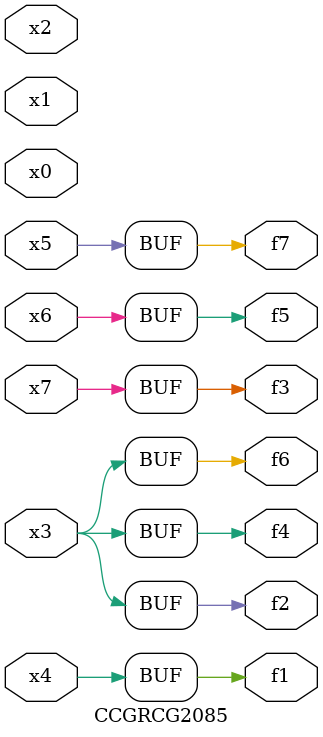
<source format=v>
module CCGRCG2085(
	input x0, x1, x2, x3, x4, x5, x6, x7,
	output f1, f2, f3, f4, f5, f6, f7
);
	assign f1 = x4;
	assign f2 = x3;
	assign f3 = x7;
	assign f4 = x3;
	assign f5 = x6;
	assign f6 = x3;
	assign f7 = x5;
endmodule

</source>
